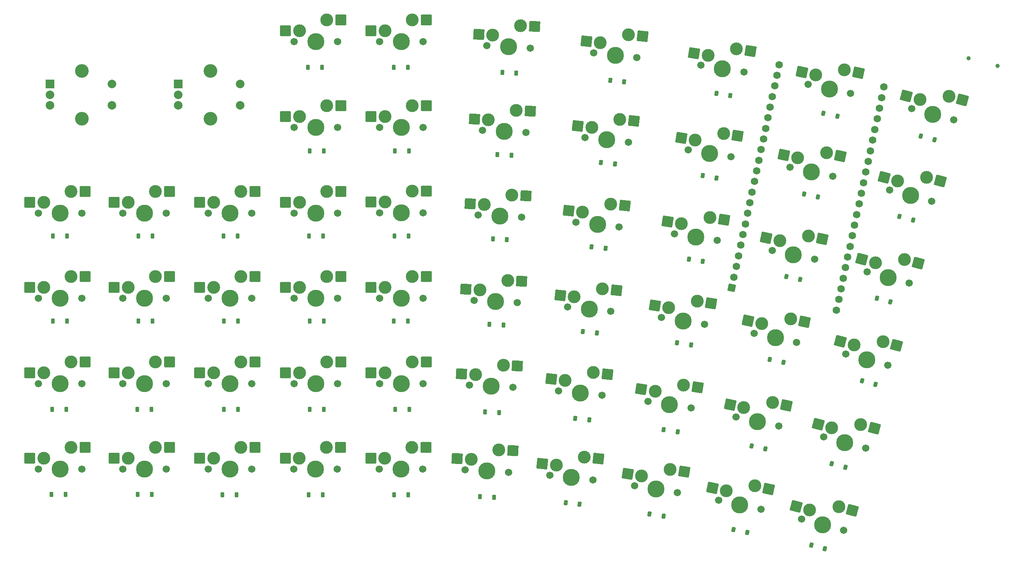
<source format=gbr>
%TF.GenerationSoftware,KiCad,Pcbnew,9.0.2*%
%TF.CreationDate,2025-07-31T22:52:32+02:00*%
%TF.ProjectId,multiboard_LEFT,6d756c74-6962-46f6-9172-645f4c454654,1.0*%
%TF.SameCoordinates,Original*%
%TF.FileFunction,Soldermask,Bot*%
%TF.FilePolarity,Negative*%
%FSLAX46Y46*%
G04 Gerber Fmt 4.6, Leading zero omitted, Abs format (unit mm)*
G04 Created by KiCad (PCBNEW 9.0.2) date 2025-07-31 22:52:32*
%MOMM*%
%LPD*%
G01*
G04 APERTURE LIST*
G04 Aperture macros list*
%AMRoundRect*
0 Rectangle with rounded corners*
0 $1 Rounding radius*
0 $2 $3 $4 $5 $6 $7 $8 $9 X,Y pos of 4 corners*
0 Add a 4 corners polygon primitive as box body*
4,1,4,$2,$3,$4,$5,$6,$7,$8,$9,$2,$3,0*
0 Add four circle primitives for the rounded corners*
1,1,$1+$1,$2,$3*
1,1,$1+$1,$4,$5*
1,1,$1+$1,$6,$7*
1,1,$1+$1,$8,$9*
0 Add four rect primitives between the rounded corners*
20,1,$1+$1,$2,$3,$4,$5,0*
20,1,$1+$1,$4,$5,$6,$7,0*
20,1,$1+$1,$6,$7,$8,$9,0*
20,1,$1+$1,$8,$9,$2,$3,0*%
G04 Aperture macros list end*
%ADD10R,2.000000X2.000000*%
%ADD11C,2.000000*%
%ADD12C,3.200000*%
%ADD13C,1.000000*%
%ADD14RoundRect,0.225000X-0.225000X-0.375000X0.225000X-0.375000X0.225000X0.375000X-0.225000X0.375000X0*%
%ADD15C,1.701800*%
%ADD16C,3.000000*%
%ADD17C,3.987800*%
%ADD18RoundRect,0.200000X1.310130X0.735992X-0.766610X1.292453X-1.310130X-0.735992X0.766610X-1.292453X0*%
%ADD19RoundRect,0.200000X1.178866X0.931880X-0.959356X1.156616X-1.178866X-0.931880X0.959356X-1.156616X0*%
%ADD20RoundRect,0.225000X-0.280893X-0.335185X0.163567X-0.405581X0.280893X0.335185X-0.163567X0.405581X0*%
%ADD21RoundRect,0.200000X1.075000X1.050000X-1.075000X1.050000X-1.075000X-1.050000X1.075000X-1.050000X0*%
%ADD22RoundRect,0.225000X-0.314390X-0.303988X0.120276X-0.420456X0.314390X0.303988X-0.120276X0.420456X0*%
%ADD23RoundRect,0.225000X-0.262966X-0.349427X0.184569X-0.396465X0.262966X0.349427X-0.184569X0.396465X0*%
%ADD24RoundRect,0.200000X1.128480X0.992300X-1.018574X1.104822X-1.128480X-0.992300X1.018574X-1.104822X0*%
%ADD25RoundRect,0.200000X1.269816X0.803550X-0.833201X1.250560X-1.269816X-0.803550X0.833201X-1.250560X0*%
%ADD26RoundRect,0.225000X-0.298050X-0.320025X0.142116X-0.413585X0.298050X0.320025X-0.142116X0.413585X0*%
%ADD27RoundRect,0.225000X-0.244318X-0.362710X0.205066X-0.386262X0.244318X0.362710X-0.205066X0.386262X0*%
%ADD28RoundRect,0.200000X1.226021X0.868906X-0.897509X1.205240X-1.226021X-0.868906X0.897509X-1.205240X0*%
%ADD29RoundRect,0.102000X-0.907335X-0.589230X0.589230X-0.907335X0.907335X0.589230X-0.589230X0.907335X0*%
%ADD30C,1.734000*%
G04 APERTURE END LIST*
D10*
%TO.C,SW1*%
X52208254Y-39227130D03*
D11*
X52208254Y-44227130D03*
X52208254Y-41727130D03*
D12*
X59708254Y-36127130D03*
X59708254Y-47327130D03*
D11*
X66708254Y-44227130D03*
X66708254Y-39227130D03*
%TD*%
D10*
%TO.C,SW2*%
X82208254Y-39227130D03*
D11*
X82208254Y-44227130D03*
X82208254Y-41727130D03*
D12*
X89708254Y-36127130D03*
X89708254Y-47327130D03*
D11*
X96708254Y-44227130D03*
X96708254Y-39227130D03*
%TD*%
D13*
%TO.C,J1*%
X273686643Y-35000000D03*
X266925163Y-33188270D03*
%TD*%
D14*
%TO.C,D22*%
X72908254Y-94643930D03*
X76208254Y-94643930D03*
%TD*%
D15*
%TO.C,SW42*%
X253093087Y-85801986D03*
D16*
X251954436Y-80237682D03*
D17*
X248186184Y-84487185D03*
D16*
X245163407Y-81047633D03*
D15*
X243279281Y-83172384D03*
D18*
X242000000Y-80200000D03*
X255143923Y-81092303D03*
%TD*%
D15*
%TO.C,SW19*%
X181244466Y-112033477D03*
D16*
X179249385Y-106715803D03*
D17*
X176192295Y-111502472D03*
D16*
X172668669Y-108578133D03*
D15*
X171140124Y-110971467D03*
D19*
X169411610Y-108235802D03*
X182533297Y-107060956D03*
%TD*%
D14*
%TO.C,D44*%
X112908254Y-54833730D03*
X116208254Y-54833730D03*
%TD*%
%TO.C,D54*%
X112558254Y-35327130D03*
X115858254Y-35327130D03*
%TD*%
D20*
%TO.C,D18*%
X195668647Y-120028950D03*
X198928019Y-120545184D03*
%TD*%
D14*
%TO.C,D21*%
X52908254Y-94643930D03*
X56208254Y-94643930D03*
%TD*%
D15*
%TO.C,SW17*%
X139428477Y-109257130D03*
D16*
X136888477Y-104177130D03*
D17*
X134348477Y-109257130D03*
D16*
X130538477Y-106717130D03*
D15*
X129268477Y-109257130D03*
D21*
X127263477Y-106717130D03*
X140190477Y-104177130D03*
%TD*%
D22*
%TO.C,D30*%
X242027739Y-108646935D03*
X245215295Y-109501035D03*
%TD*%
%TO.C,D20*%
X234966880Y-127983581D03*
X238154436Y-128837681D03*
%TD*%
D23*
%TO.C,D37*%
X178798740Y-77286198D03*
X182080662Y-77631142D03*
%TD*%
D14*
%TO.C,D14*%
X112908254Y-115327130D03*
X116208254Y-115327130D03*
%TD*%
D15*
%TO.C,SW47*%
X139450699Y-49337130D03*
D16*
X136910699Y-44257130D03*
D17*
X134370699Y-49337130D03*
D16*
X130560699Y-46797130D03*
D15*
X129290699Y-49337130D03*
D21*
X127285699Y-46797130D03*
X140212699Y-44257130D03*
%TD*%
D15*
%TO.C,SW12*%
X237736770Y-143610804D03*
D16*
X236598119Y-138046500D03*
D17*
X232829867Y-142296003D03*
D16*
X229807090Y-138856451D03*
D15*
X227922964Y-140981202D03*
D18*
X226643683Y-138008818D03*
X239787606Y-138901121D03*
%TD*%
D15*
%TO.C,SW38*%
X162459078Y-70373186D03*
D16*
X160188426Y-65167214D03*
D17*
X157386040Y-70107319D03*
D16*
X153714195Y-67371400D03*
D15*
X152313002Y-69841452D03*
D24*
X150443683Y-67200000D03*
X163485900Y-65340028D03*
%TD*%
D23*
%TO.C,D47*%
X181000057Y-57590798D03*
X184281979Y-57935742D03*
%TD*%
D15*
%TO.C,SW35*%
X99392921Y-69387130D03*
D16*
X96852921Y-64307130D03*
D17*
X94312921Y-69387130D03*
D16*
X90502921Y-66847130D03*
D15*
X89232921Y-69387130D03*
D21*
X87227921Y-66847130D03*
X100154921Y-64307130D03*
%TD*%
D15*
%TO.C,SW32*%
X248093087Y-105001986D03*
D16*
X246954436Y-99437682D03*
D17*
X243186184Y-103687185D03*
D16*
X240163407Y-100247633D03*
D15*
X238279281Y-102372384D03*
D18*
X237000000Y-99400000D03*
X250143923Y-100292303D03*
%TD*%
D20*
%TO.C,D28*%
X198816075Y-99745750D03*
X202075447Y-100261984D03*
%TD*%
D15*
%TO.C,SW62*%
X263493087Y-47601986D03*
D16*
X262354436Y-42037682D03*
D17*
X258586184Y-46287185D03*
D16*
X255563407Y-42847633D03*
D15*
X253679281Y-44972384D03*
D18*
X252400000Y-42000000D03*
X265543923Y-42892303D03*
%TD*%
D15*
%TO.C,SW61*%
X239371070Y-41413740D03*
D16*
X237942766Y-35916655D03*
D17*
X234402080Y-40357549D03*
D16*
X231203433Y-37080912D03*
D15*
X229433090Y-39301358D03*
D25*
X228000000Y-36400000D03*
X241172610Y-36603179D03*
%TD*%
D15*
%TO.C,SW49*%
X187432856Y-52797675D03*
D16*
X185437775Y-47480001D03*
D17*
X182380685Y-52266670D03*
D16*
X178857059Y-49342331D03*
D15*
X177328514Y-51735665D03*
D19*
X175600000Y-49000000D03*
X188721687Y-47825154D03*
%TD*%
D15*
%TO.C,SW48*%
X163459078Y-50573186D03*
D16*
X161188426Y-45367214D03*
D17*
X158386040Y-50307319D03*
D16*
X154714195Y-47571400D03*
D15*
X153313002Y-50041452D03*
D24*
X151443683Y-47400000D03*
X164485900Y-45540028D03*
%TD*%
D14*
%TO.C,D33*%
X92830476Y-74729130D03*
X96130476Y-74729130D03*
%TD*%
%TO.C,D31*%
X52908254Y-74729130D03*
X56208254Y-74729130D03*
%TD*%
D15*
%TO.C,SW29*%
X183329560Y-92397675D03*
D16*
X181334479Y-87080001D03*
D17*
X178277389Y-91866670D03*
D16*
X174753763Y-88942331D03*
D15*
X173225218Y-91335665D03*
D19*
X171496704Y-88600000D03*
X184618391Y-87425154D03*
%TD*%
D14*
%TO.C,D4*%
X112708254Y-135327130D03*
X116008254Y-135327130D03*
%TD*%
D15*
%TO.C,SW59*%
X189432856Y-32997675D03*
D16*
X187437775Y-27680001D03*
D17*
X184380685Y-32466670D03*
D16*
X180857059Y-29542331D03*
D15*
X179328514Y-31935665D03*
D19*
X177600000Y-29200000D03*
X190721687Y-28025154D03*
%TD*%
D26*
%TO.C,D9*%
X211980098Y-143377319D03*
X215207986Y-144063427D03*
%TD*%
D15*
%TO.C,SW7*%
X139392921Y-129257130D03*
D16*
X136852921Y-124177130D03*
D17*
X134312921Y-129257130D03*
D16*
X130502921Y-126717130D03*
D15*
X129232921Y-129257130D03*
D21*
X127227921Y-126717130D03*
X140154921Y-124177130D03*
%TD*%
D15*
%TO.C,SW22*%
X242893087Y-124401986D03*
D16*
X241754436Y-118837682D03*
D17*
X237986184Y-123087185D03*
D16*
X234963407Y-119647633D03*
D15*
X233079281Y-121772384D03*
D18*
X231800000Y-118800000D03*
X244943923Y-119692303D03*
%TD*%
D15*
%TO.C,SW25*%
X99384032Y-89307130D03*
D16*
X96844032Y-84227130D03*
D17*
X94304032Y-89307130D03*
D16*
X90494032Y-86767130D03*
D15*
X89224032Y-89307130D03*
D21*
X87219032Y-86767130D03*
X100146032Y-84227130D03*
%TD*%
D26*
%TO.C,D19*%
X216237913Y-123884495D03*
X219465801Y-124570603D03*
%TD*%
D14*
%TO.C,D45*%
X132849921Y-54833730D03*
X136149921Y-54833730D03*
%TD*%
D27*
%TO.C,D56*%
X157948205Y-36496165D03*
X161243683Y-36668873D03*
%TD*%
D15*
%TO.C,SW15*%
X99392921Y-109307130D03*
D16*
X96852921Y-104227130D03*
D17*
X94312921Y-109307130D03*
D16*
X90502921Y-106767130D03*
D15*
X89232921Y-109307130D03*
D21*
X87227921Y-106767130D03*
X100154921Y-104227130D03*
%TD*%
D15*
%TO.C,SW27*%
X139410699Y-89337130D03*
D16*
X136870699Y-84257130D03*
D17*
X134330699Y-89337130D03*
D16*
X130520699Y-86797130D03*
D15*
X129250699Y-89337130D03*
D21*
X127245699Y-86797130D03*
X140172699Y-84257130D03*
%TD*%
D15*
%TO.C,SW5*%
X99375143Y-129307130D03*
D16*
X96835143Y-124227130D03*
D17*
X94295143Y-129307130D03*
D16*
X90485143Y-126767130D03*
D15*
X89215143Y-129307130D03*
D21*
X87210143Y-126767130D03*
X100137143Y-124227130D03*
%TD*%
D15*
%TO.C,SW10*%
X198915010Y-134762573D03*
D16*
X197200968Y-129347773D03*
D17*
X193897553Y-133967886D03*
D16*
X190531804Y-130863142D03*
D15*
X188880096Y-133173199D03*
D28*
X187297125Y-130350819D03*
X200462315Y-129864319D03*
%TD*%
D14*
%TO.C,D15*%
X132908254Y-115327130D03*
X136208254Y-115327130D03*
%TD*%
D15*
%TO.C,SW21*%
X222571070Y-119213740D03*
D16*
X221142766Y-113716655D03*
D17*
X217602080Y-118157549D03*
D16*
X214403433Y-114880912D03*
D15*
X212633090Y-117101358D03*
D25*
X211200000Y-114200000D03*
X224372610Y-114403179D03*
%TD*%
D14*
%TO.C,D25*%
X132558254Y-94643930D03*
X135858254Y-94643930D03*
%TD*%
D15*
%TO.C,SW9*%
X179152893Y-131784536D03*
D16*
X177157812Y-126466862D03*
D17*
X174100722Y-131253531D03*
D16*
X170577096Y-128329192D03*
D15*
X169048551Y-130722526D03*
D19*
X167320037Y-127986861D03*
X180441724Y-126812015D03*
%TD*%
D15*
%TO.C,SW52*%
X258293087Y-66601986D03*
D16*
X257154436Y-61037682D03*
D17*
X253386184Y-65287185D03*
D16*
X250363407Y-61847633D03*
D15*
X248479281Y-63972384D03*
D18*
X247200000Y-61000000D03*
X260343923Y-61892303D03*
%TD*%
D14*
%TO.C,D34*%
X112791587Y-74729130D03*
X116091587Y-74729130D03*
%TD*%
D15*
%TO.C,SW36*%
X119419587Y-69387130D03*
D16*
X116879587Y-64307130D03*
D17*
X114339587Y-69387130D03*
D16*
X110529587Y-66847130D03*
D15*
X109259587Y-69387130D03*
D21*
X107254587Y-66847130D03*
X120181587Y-64307130D03*
%TD*%
D15*
%TO.C,SW4*%
X79400144Y-129257130D03*
D16*
X76860144Y-124177130D03*
D17*
X74320144Y-129257130D03*
D16*
X70510144Y-126717130D03*
D15*
X69240144Y-129257130D03*
D21*
X67235144Y-126717130D03*
X80162144Y-124177130D03*
%TD*%
D15*
%TO.C,SW57*%
X139450699Y-29257130D03*
D16*
X136910699Y-24177130D03*
D17*
X134370699Y-29257130D03*
D16*
X130560699Y-26717130D03*
D15*
X129290699Y-29257130D03*
D21*
X127285699Y-26717130D03*
X140212699Y-24177130D03*
%TD*%
D14*
%TO.C,D24*%
X112908254Y-94643930D03*
X116208254Y-94643930D03*
%TD*%
%TO.C,D55*%
X132558254Y-35327130D03*
X135858254Y-35327130D03*
%TD*%
D15*
%TO.C,SW30*%
X205217885Y-95411754D03*
D16*
X203503843Y-89996954D03*
D17*
X200200428Y-94617067D03*
D16*
X196834679Y-91512323D03*
D15*
X195182971Y-93822380D03*
D28*
X193600000Y-91000000D03*
X206765190Y-90513500D03*
%TD*%
D15*
%TO.C,SW40*%
X208217885Y-75811754D03*
D16*
X206503843Y-70396954D03*
D17*
X203200428Y-75017067D03*
D16*
X199834679Y-71912323D03*
D15*
X198182971Y-74222380D03*
D28*
X196600000Y-71400000D03*
X209765190Y-70913500D03*
%TD*%
D23*
%TO.C,D27*%
X176761761Y-97080998D03*
X180043683Y-97425942D03*
%TD*%
D27*
%TO.C,D26*%
X154948205Y-95412965D03*
X158243683Y-95585673D03*
%TD*%
D26*
%TO.C,D29*%
X220473469Y-103601295D03*
X223701357Y-104287403D03*
%TD*%
D22*
%TO.C,D40*%
X245501184Y-89347186D03*
X248688740Y-90201286D03*
%TD*%
D27*
%TO.C,D36*%
X155744746Y-75418165D03*
X159040224Y-75590873D03*
%TD*%
D15*
%TO.C,SW16*%
X119419587Y-109307130D03*
D16*
X116879587Y-104227130D03*
D17*
X114339587Y-109307130D03*
D16*
X110529587Y-106767130D03*
D15*
X109259587Y-109307130D03*
D21*
X107254587Y-106767130D03*
X120181587Y-104227130D03*
%TD*%
D14*
%TO.C,D35*%
X132752698Y-74729130D03*
X136052698Y-74729130D03*
%TD*%
D26*
%TO.C,D39*%
X224326802Y-84206495D03*
X227554690Y-84892603D03*
%TD*%
D15*
%TO.C,SW18*%
X160468093Y-110173186D03*
D16*
X158197441Y-104967214D03*
D17*
X155395055Y-109907319D03*
D16*
X151723210Y-107171400D03*
D15*
X150322017Y-109641452D03*
D24*
X148452698Y-107000000D03*
X161494915Y-105140028D03*
%TD*%
D15*
%TO.C,SW34*%
X79392921Y-69387130D03*
D16*
X76852921Y-64307130D03*
D17*
X74312921Y-69387130D03*
D16*
X70502921Y-66847130D03*
D15*
X69232921Y-69387130D03*
D21*
X67227921Y-66847130D03*
X80154921Y-64307130D03*
%TD*%
D15*
%TO.C,SW41*%
X230971070Y-80213740D03*
D16*
X229542766Y-74716655D03*
D17*
X226002080Y-79157549D03*
D16*
X222803433Y-75880912D03*
D15*
X221033090Y-78101358D03*
D25*
X219600000Y-75200000D03*
X232772610Y-75403179D03*
%TD*%
D15*
%TO.C,SW14*%
X79392921Y-109307130D03*
D16*
X76852921Y-104227130D03*
D17*
X74312921Y-109307130D03*
D16*
X70502921Y-106767130D03*
D15*
X69232921Y-109307130D03*
D21*
X67227921Y-106767130D03*
X80154921Y-104227130D03*
%TD*%
D15*
%TO.C,SW31*%
X226771070Y-99613740D03*
D16*
X225342766Y-94116655D03*
D17*
X221802080Y-98557549D03*
D16*
X218603433Y-95280912D03*
D15*
X216833090Y-97501358D03*
D25*
X215400000Y-94600000D03*
X228572610Y-94803179D03*
%TD*%
D14*
%TO.C,D11*%
X52708254Y-115327130D03*
X56008254Y-115327130D03*
%TD*%
%TO.C,D23*%
X92908254Y-94643930D03*
X96208254Y-94643930D03*
%TD*%
D15*
%TO.C,SW46*%
X119446254Y-49387130D03*
D16*
X116906254Y-44307130D03*
D17*
X114366254Y-49387130D03*
D16*
X110556254Y-46847130D03*
D15*
X109286254Y-49387130D03*
D21*
X107281254Y-46847130D03*
X120208254Y-44307130D03*
%TD*%
D15*
%TO.C,SW33*%
X59691254Y-69387130D03*
D16*
X57151254Y-64307130D03*
D17*
X54611254Y-69387130D03*
D16*
X50801254Y-66847130D03*
D15*
X49531254Y-69387130D03*
D21*
X47526254Y-66847130D03*
X60453254Y-64307130D03*
%TD*%
D20*
%TO.C,D38*%
X201552742Y-80150950D03*
X204812114Y-80667184D03*
%TD*%
D14*
%TO.C,D32*%
X72869365Y-74729130D03*
X76169365Y-74729130D03*
%TD*%
D27*
%TO.C,D6*%
X152748205Y-135723295D03*
X156043683Y-135896003D03*
%TD*%
D22*
%TO.C,D50*%
X250800000Y-70200001D03*
X253987556Y-71054101D03*
%TD*%
D20*
%TO.C,D8*%
X192384311Y-139779769D03*
X195643683Y-140296003D03*
%TD*%
D23*
%TO.C,D17*%
X175000000Y-117400000D03*
X178281922Y-117744944D03*
%TD*%
D15*
%TO.C,SW60*%
X214417885Y-36411754D03*
D16*
X212703843Y-30996954D03*
D17*
X209400428Y-35617067D03*
D16*
X206034679Y-32512323D03*
D15*
X204382971Y-34822380D03*
D28*
X202800000Y-32000000D03*
X215965190Y-31513500D03*
%TD*%
D15*
%TO.C,SW58*%
X164485871Y-30773186D03*
D16*
X162215219Y-25567214D03*
D17*
X159412833Y-30507319D03*
D16*
X155740988Y-27771400D03*
D15*
X154339795Y-30241452D03*
D24*
X152470476Y-27600000D03*
X165512693Y-25740028D03*
%TD*%
D14*
%TO.C,D1*%
X52558254Y-135227130D03*
X55858254Y-135227130D03*
%TD*%
D27*
%TO.C,D46*%
X156804745Y-55722765D03*
X160100223Y-55895473D03*
%TD*%
D15*
%TO.C,SW13*%
X59691254Y-109307130D03*
D16*
X57151254Y-104227130D03*
D17*
X54611254Y-109307130D03*
D16*
X50801254Y-106767130D03*
D15*
X49531254Y-109307130D03*
D21*
X47526254Y-106767130D03*
X60453254Y-104227130D03*
%TD*%
D15*
%TO.C,SW50*%
X211417885Y-56211754D03*
D16*
X209703843Y-50796954D03*
D17*
X206400428Y-55417067D03*
D16*
X203034679Y-52312323D03*
D15*
X201382971Y-54622380D03*
D28*
X199800000Y-51800000D03*
X212965190Y-51313500D03*
%TD*%
D14*
%TO.C,D3*%
X92558254Y-135327130D03*
X95858254Y-135327130D03*
%TD*%
%TO.C,D5*%
X132708254Y-135327130D03*
X136008254Y-135327130D03*
%TD*%
D15*
%TO.C,SW37*%
X139428477Y-69337130D03*
D16*
X136888477Y-64257130D03*
D17*
X134348477Y-69337130D03*
D16*
X130538477Y-66797130D03*
D15*
X129268477Y-69337130D03*
D21*
X127263477Y-66797130D03*
X140190477Y-64257130D03*
%TD*%
D20*
%TO.C,D58*%
X208016075Y-41428950D03*
X211275447Y-41945184D03*
%TD*%
D15*
%TO.C,SW28*%
X161485871Y-90373186D03*
D16*
X159215219Y-85167214D03*
D17*
X156412833Y-90107319D03*
D16*
X152740988Y-87371400D03*
D15*
X151339795Y-89841452D03*
D24*
X149470476Y-87200000D03*
X162512693Y-85340028D03*
%TD*%
D15*
%TO.C,SW24*%
X79428477Y-89307130D03*
D16*
X76888477Y-84227130D03*
D17*
X74348477Y-89307130D03*
D16*
X70538477Y-86767130D03*
D15*
X69268477Y-89307130D03*
D21*
X67263477Y-86767130D03*
X80190477Y-84227130D03*
%TD*%
D15*
%TO.C,SW26*%
X119446254Y-89307130D03*
D16*
X116906254Y-84227130D03*
D17*
X114366254Y-89307130D03*
D16*
X110556254Y-86767130D03*
D15*
X109286254Y-89307130D03*
D21*
X107281254Y-86767130D03*
X120208254Y-84227130D03*
%TD*%
D22*
%TO.C,D60*%
X255800000Y-51400001D03*
X258987556Y-52254101D03*
%TD*%
D20*
%TO.C,D48*%
X204782742Y-60655550D03*
X208042114Y-61171784D03*
%TD*%
D15*
%TO.C,SW11*%
X218442143Y-138706564D03*
D16*
X217013839Y-133209479D03*
D17*
X213473153Y-137650373D03*
D16*
X210274506Y-134373736D03*
D15*
X208504163Y-136594182D03*
D25*
X207071073Y-133692824D03*
X220243683Y-133896003D03*
%TD*%
D26*
%TO.C,D59*%
X233033469Y-46084495D03*
X236261357Y-46770603D03*
%TD*%
D29*
%TO.C,U1*%
X211595108Y-86851121D03*
D30*
X212123203Y-84366626D03*
X212651299Y-81882131D03*
X213179395Y-79397636D03*
X213707490Y-76913141D03*
X214235586Y-74428646D03*
X214763682Y-71944152D03*
X215291777Y-69459657D03*
X215819873Y-66975162D03*
X216347969Y-64490667D03*
X216876064Y-62006172D03*
X217404160Y-59521677D03*
X217932256Y-57037182D03*
X218460352Y-54552687D03*
X218988447Y-52068192D03*
X219516543Y-49583697D03*
X220044639Y-47099201D03*
X220572734Y-44614708D03*
X221100830Y-42130213D03*
X221628926Y-39645718D03*
X222157021Y-37161223D03*
X222685117Y-34676728D03*
X236071905Y-92084495D03*
X236600000Y-89600000D03*
X237128096Y-87115505D03*
X237656192Y-84631010D03*
X238184287Y-82146515D03*
X238712383Y-79662020D03*
X239240479Y-77177526D03*
X239768575Y-74693031D03*
X240296670Y-72208536D03*
X240824766Y-69724041D03*
X241352862Y-67239546D03*
X241880957Y-64755051D03*
X242409053Y-62270556D03*
X242937149Y-59786061D03*
X243465244Y-57301566D03*
X243993340Y-54817071D03*
X244521436Y-52332577D03*
X245049531Y-49848082D03*
X245577627Y-47363587D03*
X246105723Y-44879092D03*
X246633819Y-42394597D03*
X247161914Y-39910102D03*
%TD*%
D14*
%TO.C,D13*%
X92908254Y-115327130D03*
X96208254Y-115327130D03*
%TD*%
D15*
%TO.C,SW20*%
X202061568Y-115011754D03*
D16*
X200347526Y-109596954D03*
D17*
X197044111Y-114217067D03*
D16*
X193678362Y-111112323D03*
D15*
X192026654Y-113422380D03*
D28*
X190443683Y-110600000D03*
X203608873Y-110113500D03*
%TD*%
D14*
%TO.C,D2*%
X72708254Y-135227130D03*
X76008254Y-135227130D03*
%TD*%
D15*
%TO.C,SW56*%
X119446254Y-29307130D03*
D16*
X116906254Y-24227130D03*
D17*
X114366254Y-29307130D03*
D16*
X110556254Y-26767130D03*
D15*
X109286254Y-29307130D03*
D21*
X107281254Y-26767130D03*
X120208254Y-24227130D03*
%TD*%
D23*
%TO.C,D7*%
X172761761Y-137151059D03*
X176043683Y-137496003D03*
%TD*%
D15*
%TO.C,SW6*%
X119392921Y-129307130D03*
D16*
X116852921Y-124227130D03*
D17*
X114312921Y-129307130D03*
D16*
X110502921Y-126767130D03*
D15*
X109232921Y-129307130D03*
D21*
X107227921Y-126767130D03*
X120154921Y-124227130D03*
%TD*%
D23*
%TO.C,D57*%
X183175057Y-38364198D03*
X186456979Y-38709142D03*
%TD*%
D15*
%TO.C,SW39*%
X185276539Y-72597675D03*
D16*
X183281458Y-67280001D03*
D17*
X180224368Y-72066670D03*
D16*
X176700742Y-69142331D03*
D15*
X175172197Y-71535665D03*
D19*
X173443683Y-68800000D03*
X186565370Y-67625154D03*
%TD*%
D15*
%TO.C,SW8*%
X159423649Y-130000316D03*
D16*
X157152997Y-124794344D03*
D17*
X154350611Y-129734449D03*
D16*
X150678766Y-126998530D03*
D15*
X149277573Y-129468582D03*
D24*
X147408254Y-126827130D03*
X160450471Y-124967158D03*
%TD*%
D14*
%TO.C,D12*%
X72662921Y-115327130D03*
X75962921Y-115327130D03*
%TD*%
D15*
%TO.C,SW23*%
X59691254Y-89307130D03*
D16*
X57151254Y-84227130D03*
D17*
X54611254Y-89307130D03*
D16*
X50801254Y-86767130D03*
D15*
X49531254Y-89307130D03*
D21*
X47526254Y-86767130D03*
X60453254Y-84227130D03*
%TD*%
D22*
%TO.C,D10*%
X230186089Y-147068953D03*
X233373645Y-147923053D03*
%TD*%
D26*
%TO.C,D49*%
X228541802Y-64911095D03*
X231769690Y-65597203D03*
%TD*%
D15*
%TO.C,SW51*%
X235171070Y-60813740D03*
D16*
X233742766Y-55316655D03*
D17*
X230202080Y-59757549D03*
D16*
X227003433Y-56480912D03*
D15*
X225233090Y-58701358D03*
D25*
X223800000Y-55800000D03*
X236972610Y-56003179D03*
%TD*%
D27*
%TO.C,D16*%
X153948205Y-115896165D03*
X157243683Y-116068873D03*
%TD*%
D15*
%TO.C,SW3*%
X59691254Y-129257130D03*
D16*
X57151254Y-124177130D03*
D17*
X54611254Y-129257130D03*
D16*
X50801254Y-126717130D03*
D15*
X49531254Y-129257130D03*
D21*
X47526254Y-126717130D03*
X60453254Y-124177130D03*
%TD*%
M02*

</source>
